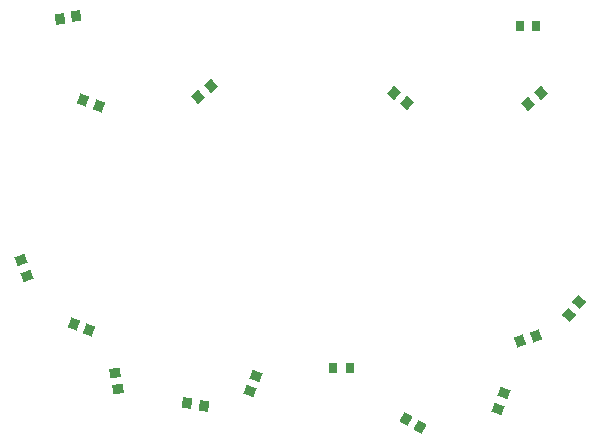
<source format=gbr>
G04 Layer_Color=8421504*
%FSLAX26Y26*%
%MOIN*%
%TF.FileFunction,Paste,Top*%
%TF.Part,Single*%
%TFFileComment,Halloween PCB
Pumpkin Badge
V1
Gadorach
(W.W.S.)*%
G01*
G75*
%TA.AperFunction,SMDPad,CuDef*%
G04:AMPARAMS|DCode=11|XSize=35.433mil|YSize=31.496mil|CornerRadius=0mil|HoleSize=0mil|Usage=FLASHONLY|Rotation=160.000|XOffset=0mil|YOffset=0mil|HoleType=Round|Shape=Rectangle|*
%AMROTATEDRECTD11*
4,1,4,0.022034,0.008739,0.011262,-0.020858,-0.022034,-0.008739,-0.011262,0.020858,0.022034,0.008739,0.0*
%
%ADD11ROTATEDRECTD11*%

G04:AMPARAMS|DCode=12|XSize=35.433mil|YSize=31.496mil|CornerRadius=0mil|HoleSize=0mil|Usage=FLASHONLY|Rotation=80.000|XOffset=0mil|YOffset=0mil|HoleType=Round|Shape=Rectangle|*
%AMROTATEDRECTD12*
4,1,4,0.012432,-0.020182,-0.018585,-0.014713,-0.012432,0.020182,0.018585,0.014713,0.012432,-0.020182,0.0*
%
%ADD12ROTATEDRECTD12*%

G04:AMPARAMS|DCode=13|XSize=35.433mil|YSize=31.496mil|CornerRadius=0mil|HoleSize=0mil|Usage=FLASHONLY|Rotation=190.000|XOffset=0mil|YOffset=0mil|HoleType=Round|Shape=Rectangle|*
%AMROTATEDRECTD13*
4,1,4,0.014713,0.018585,0.020182,-0.012432,-0.014713,-0.018585,-0.020182,0.012432,0.014713,0.018585,0.0*
%
%ADD13ROTATEDRECTD13*%

G04:AMPARAMS|DCode=14|XSize=35.433mil|YSize=31.496mil|CornerRadius=0mil|HoleSize=0mil|Usage=FLASHONLY|Rotation=250.000|XOffset=0mil|YOffset=0mil|HoleType=Round|Shape=Rectangle|*
%AMROTATEDRECTD14*
4,1,4,-0.008739,0.022034,0.020858,0.011262,0.008739,-0.022034,-0.020858,-0.011262,-0.008739,0.022034,0.0*
%
%ADD14ROTATEDRECTD14*%

G04:AMPARAMS|DCode=15|XSize=35.433mil|YSize=31.496mil|CornerRadius=0mil|HoleSize=0mil|Usage=FLASHONLY|Rotation=200.000|XOffset=0mil|YOffset=0mil|HoleType=Round|Shape=Rectangle|*
%AMROTATEDRECTD15*
4,1,4,0.011262,0.020858,0.022034,-0.008739,-0.011262,-0.020858,-0.022034,0.008739,0.011262,0.020858,0.0*
%
%ADD15ROTATEDRECTD15*%

G04:AMPARAMS|DCode=16|XSize=35.433mil|YSize=31.496mil|CornerRadius=0mil|HoleSize=0mil|Usage=FLASHONLY|Rotation=130.000|XOffset=0mil|YOffset=0mil|HoleType=Round|Shape=Rectangle|*
%AMROTATEDRECTD16*
4,1,4,0.023452,-0.003449,-0.000676,-0.023694,-0.023452,0.003449,0.000676,0.023694,0.023452,-0.003449,0.0*
%
%ADD16ROTATEDRECTD16*%

G04:AMPARAMS|DCode=17|XSize=35.433mil|YSize=31.496mil|CornerRadius=0mil|HoleSize=0mil|Usage=FLASHONLY|Rotation=100.000|XOffset=0mil|YOffset=0mil|HoleType=Round|Shape=Rectangle|*
%AMROTATEDRECTD17*
4,1,4,0.018585,-0.014713,-0.012432,-0.020182,-0.018585,0.014713,0.012432,0.020182,0.018585,-0.014713,0.0*
%
%ADD17ROTATEDRECTD17*%

%ADD18R,0.031496X0.035433*%
G04:AMPARAMS|DCode=19|XSize=35.433mil|YSize=31.496mil|CornerRadius=0mil|HoleSize=0mil|Usage=FLASHONLY|Rotation=230.000|XOffset=0mil|YOffset=0mil|HoleType=Round|Shape=Rectangle|*
%AMROTATEDRECTD19*
4,1,4,-0.000676,0.023694,0.023452,0.003449,0.000676,-0.023694,-0.023452,-0.003449,-0.000676,0.023694,0.0*
%
%ADD19ROTATEDRECTD19*%

G04:AMPARAMS|DCode=20|XSize=35.433mil|YSize=31.496mil|CornerRadius=0mil|HoleSize=0mil|Usage=FLASHONLY|Rotation=140.000|XOffset=0mil|YOffset=0mil|HoleType=Round|Shape=Rectangle|*
%AMROTATEDRECTD20*
4,1,4,0.023694,0.000676,0.003449,-0.023452,-0.023694,-0.000676,-0.003449,0.023452,0.023694,0.000676,0.0*
%
%ADD20ROTATEDRECTD20*%

G04:AMPARAMS|DCode=21|XSize=35.433mil|YSize=31.496mil|CornerRadius=0mil|HoleSize=0mil|Usage=FLASHONLY|Rotation=290.000|XOffset=0mil|YOffset=0mil|HoleType=Round|Shape=Rectangle|*
%AMROTATEDRECTD21*
4,1,4,-0.020858,0.011262,0.008739,0.022034,0.020858,-0.011262,-0.008739,-0.022034,-0.020858,0.011262,0.0*
%
%ADD21ROTATEDRECTD21*%

G04:AMPARAMS|DCode=22|XSize=35.433mil|YSize=31.496mil|CornerRadius=0mil|HoleSize=0mil|Usage=FLASHONLY|Rotation=240.000|XOffset=0mil|YOffset=0mil|HoleType=Round|Shape=Rectangle|*
%AMROTATEDRECTD22*
4,1,4,-0.004780,0.023217,0.022497,0.007469,0.004780,-0.023217,-0.022497,-0.007469,-0.004780,0.023217,0.0*
%
%ADD22ROTATEDRECTD22*%

D11*
X3659788Y1949834D02*
D03*
X3678640Y2001628D02*
D03*
X4486930Y1891032D02*
D03*
X4505780Y1942826D02*
D03*
D12*
X3449988Y1909954D02*
D03*
X3504270Y1900384D02*
D03*
D13*
X3219268Y1956430D02*
D03*
X3209696Y2010712D02*
D03*
D14*
X3122776Y2154470D02*
D03*
X3070982Y2173320D02*
D03*
X3102500Y2919860D02*
D03*
X3154294Y2901008D02*
D03*
D15*
X2914220Y2334004D02*
D03*
X2895368Y2385798D02*
D03*
D16*
X3485910Y2931182D02*
D03*
X3528132Y2966612D02*
D03*
X4586082Y2907184D02*
D03*
X4628304Y2942612D02*
D03*
D17*
X3025422Y3189058D02*
D03*
X3079702Y3198628D02*
D03*
D18*
X4557958Y3167812D02*
D03*
X4613076D02*
D03*
X3935662Y2026692D02*
D03*
X3990780D02*
D03*
D19*
X4182778Y2909106D02*
D03*
X4140556Y2944536D02*
D03*
D20*
X4721412Y2204084D02*
D03*
X4756840Y2246306D02*
D03*
D21*
X4611030Y2134526D02*
D03*
X4559236Y2115674D02*
D03*
D22*
X4226214Y1828668D02*
D03*
X4178480Y1856226D02*
D03*
%TF.MD5,8431c5553d7d6e9a679fde7d5101e464*%
M02*

</source>
